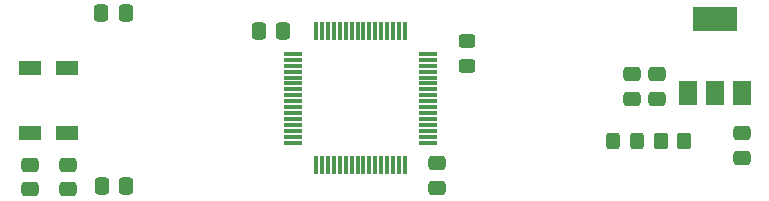
<source format=gbr>
%TF.GenerationSoftware,KiCad,Pcbnew,7.0.9*%
%TF.CreationDate,2024-03-19T10:53:25-03:00*%
%TF.ProjectId,CPU Stm32G431,43505520-5374-46d3-9332-473433312e6b,rev?*%
%TF.SameCoordinates,Original*%
%TF.FileFunction,Paste,Top*%
%TF.FilePolarity,Positive*%
%FSLAX46Y46*%
G04 Gerber Fmt 4.6, Leading zero omitted, Abs format (unit mm)*
G04 Created by KiCad (PCBNEW 7.0.9) date 2024-03-19 10:53:25*
%MOMM*%
%LPD*%
G01*
G04 APERTURE LIST*
G04 Aperture macros list*
%AMRoundRect*
0 Rectangle with rounded corners*
0 $1 Rounding radius*
0 $2 $3 $4 $5 $6 $7 $8 $9 X,Y pos of 4 corners*
0 Add a 4 corners polygon primitive as box body*
4,1,4,$2,$3,$4,$5,$6,$7,$8,$9,$2,$3,0*
0 Add four circle primitives for the rounded corners*
1,1,$1+$1,$2,$3*
1,1,$1+$1,$4,$5*
1,1,$1+$1,$6,$7*
1,1,$1+$1,$8,$9*
0 Add four rect primitives between the rounded corners*
20,1,$1+$1,$2,$3,$4,$5,0*
20,1,$1+$1,$4,$5,$6,$7,0*
20,1,$1+$1,$6,$7,$8,$9,0*
20,1,$1+$1,$8,$9,$2,$3,0*%
G04 Aperture macros list end*
%ADD10RoundRect,0.250000X0.475000X-0.337500X0.475000X0.337500X-0.475000X0.337500X-0.475000X-0.337500X0*%
%ADD11RoundRect,0.250000X-0.337500X-0.475000X0.337500X-0.475000X0.337500X0.475000X-0.337500X0.475000X0*%
%ADD12R,1.900000X1.300000*%
%ADD13RoundRect,0.250000X0.450000X-0.325000X0.450000X0.325000X-0.450000X0.325000X-0.450000X-0.325000X0*%
%ADD14RoundRect,0.250000X-0.325000X-0.450000X0.325000X-0.450000X0.325000X0.450000X-0.325000X0.450000X0*%
%ADD15RoundRect,0.250000X-0.475000X0.337500X-0.475000X-0.337500X0.475000X-0.337500X0.475000X0.337500X0*%
%ADD16R,1.500000X2.000000*%
%ADD17R,3.800000X2.000000*%
%ADD18RoundRect,0.250000X0.350000X0.450000X-0.350000X0.450000X-0.350000X-0.450000X0.350000X-0.450000X0*%
%ADD19RoundRect,0.075000X0.075000X-0.700000X0.075000X0.700000X-0.075000X0.700000X-0.075000X-0.700000X0*%
%ADD20RoundRect,0.075000X0.700000X-0.075000X0.700000X0.075000X-0.700000X0.075000X-0.700000X-0.075000X0*%
G04 APERTURE END LIST*
D10*
%TO.C,C8*%
X171580000Y-104357500D03*
X171580000Y-102282500D03*
%TD*%
D11*
%TO.C,C2*%
X126625000Y-97100000D03*
X128700000Y-97100000D03*
%TD*%
%TO.C,C10*%
X139942500Y-98620000D03*
X142017500Y-98620000D03*
%TD*%
D12*
%TO.C,Y2*%
X123740000Y-107220000D03*
X120540000Y-107220000D03*
X123740000Y-101720000D03*
X120540000Y-101720000D03*
%TD*%
D13*
%TO.C,D3*%
X157580000Y-101545000D03*
X157580000Y-99495000D03*
%TD*%
D14*
%TO.C,D4*%
X169955000Y-107920000D03*
X172005000Y-107920000D03*
%TD*%
D10*
%TO.C,C3*%
X123770000Y-112007500D03*
X123770000Y-109932500D03*
%TD*%
D15*
%TO.C,C14*%
X155000000Y-109787500D03*
X155000000Y-111862500D03*
%TD*%
D10*
%TO.C,C4*%
X120570000Y-112007500D03*
X120570000Y-109932500D03*
%TD*%
%TO.C,C7*%
X173680000Y-104357500D03*
X173680000Y-102282500D03*
%TD*%
%TO.C,C6*%
X180870000Y-109357500D03*
X180870000Y-107282500D03*
%TD*%
D16*
%TO.C,U1*%
X176280000Y-103870000D03*
X178580000Y-103870000D03*
D17*
X178580000Y-97570000D03*
D16*
X180880000Y-103870000D03*
%TD*%
D18*
%TO.C,R3*%
X175980000Y-107920000D03*
X173980000Y-107920000D03*
%TD*%
D19*
%TO.C,U2*%
X144810000Y-109975000D03*
X145310000Y-109975000D03*
X145810000Y-109975000D03*
X146310000Y-109975000D03*
X146810000Y-109975000D03*
X147310000Y-109975000D03*
X147810000Y-109975000D03*
X148310000Y-109975000D03*
X148810000Y-109975000D03*
X149310000Y-109975000D03*
X149810000Y-109975000D03*
X150310000Y-109975000D03*
X150810000Y-109975000D03*
X151310000Y-109975000D03*
X151810000Y-109975000D03*
X152310000Y-109975000D03*
D20*
X154235000Y-108050000D03*
X154235000Y-107550000D03*
X154235000Y-107050000D03*
X154235000Y-106550000D03*
X154235000Y-106050000D03*
X154235000Y-105550000D03*
X154235000Y-105050000D03*
X154235000Y-104550000D03*
X154235000Y-104050000D03*
X154235000Y-103550000D03*
X154235000Y-103050000D03*
X154235000Y-102550000D03*
X154235000Y-102050000D03*
X154235000Y-101550000D03*
X154235000Y-101050000D03*
X154235000Y-100550000D03*
D19*
X152310000Y-98625000D03*
X151810000Y-98625000D03*
X151310000Y-98625000D03*
X150810000Y-98625000D03*
X150310000Y-98625000D03*
X149810000Y-98625000D03*
X149310000Y-98625000D03*
X148810000Y-98625000D03*
X148310000Y-98625000D03*
X147810000Y-98625000D03*
X147310000Y-98625000D03*
X146810000Y-98625000D03*
X146310000Y-98625000D03*
X145810000Y-98625000D03*
X145310000Y-98625000D03*
X144810000Y-98625000D03*
D20*
X142885000Y-100550000D03*
X142885000Y-101050000D03*
X142885000Y-101550000D03*
X142885000Y-102050000D03*
X142885000Y-102550000D03*
X142885000Y-103050000D03*
X142885000Y-103550000D03*
X142885000Y-104050000D03*
X142885000Y-104550000D03*
X142885000Y-105050000D03*
X142885000Y-105550000D03*
X142885000Y-106050000D03*
X142885000Y-106550000D03*
X142885000Y-107050000D03*
X142885000Y-107550000D03*
X142885000Y-108050000D03*
%TD*%
D11*
%TO.C,C1*%
X126642500Y-111720000D03*
X128717500Y-111720000D03*
%TD*%
M02*

</source>
